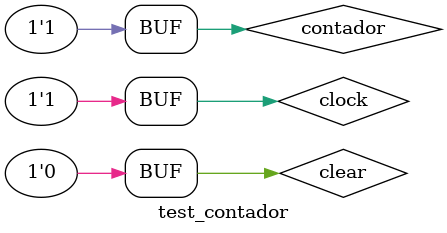
<source format=v>
`timescale 1ns/1ns

module test_contador;

    reg clock, clear, contador;
  	wire  Q;

  	counter dut(clock, clear, Q);

    initial
        begin

            $dumpfile("test_contador.vcd");
            $dumpvars(0, test_contador);

                clock = 1; clear=1; contador = 0;
            #5   contador = 3;
            #5   clear = 0; 
          
            repeat(16)
                begin
                    #10 clock = ~clock;
                end

        end
endmodule
</source>
